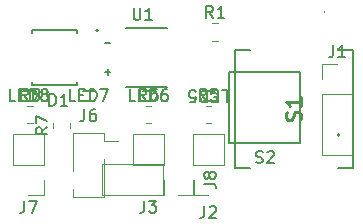
<source format=gbr>
%TF.GenerationSoftware,KiCad,Pcbnew,7.0.9*%
%TF.CreationDate,2024-03-13T02:47:38-05:00*%
%TF.ProjectId,SWITCHES,53574954-4348-4455-932e-6b696361645f,rev?*%
%TF.SameCoordinates,Original*%
%TF.FileFunction,Legend,Top*%
%TF.FilePolarity,Positive*%
%FSLAX46Y46*%
G04 Gerber Fmt 4.6, Leading zero omitted, Abs format (unit mm)*
G04 Created by KiCad (PCBNEW 7.0.9) date 2024-03-13 02:47:38*
%MOMM*%
%LPD*%
G01*
G04 APERTURE LIST*
%ADD10C,0.150000*%
%ADD11C,0.254000*%
%ADD12C,0.127000*%
%ADD13C,0.200000*%
%ADD14C,0.152400*%
%ADD15C,0.120000*%
%ADD16C,0.100000*%
G04 APERTURE END LIST*
D10*
X161263095Y-92042200D02*
X161405952Y-92089819D01*
X161405952Y-92089819D02*
X161644047Y-92089819D01*
X161644047Y-92089819D02*
X161739285Y-92042200D01*
X161739285Y-92042200D02*
X161786904Y-91994580D01*
X161786904Y-91994580D02*
X161834523Y-91899342D01*
X161834523Y-91899342D02*
X161834523Y-91804104D01*
X161834523Y-91804104D02*
X161786904Y-91708866D01*
X161786904Y-91708866D02*
X161739285Y-91661247D01*
X161739285Y-91661247D02*
X161644047Y-91613628D01*
X161644047Y-91613628D02*
X161453571Y-91566009D01*
X161453571Y-91566009D02*
X161358333Y-91518390D01*
X161358333Y-91518390D02*
X161310714Y-91470771D01*
X161310714Y-91470771D02*
X161263095Y-91375533D01*
X161263095Y-91375533D02*
X161263095Y-91280295D01*
X161263095Y-91280295D02*
X161310714Y-91185057D01*
X161310714Y-91185057D02*
X161358333Y-91137438D01*
X161358333Y-91137438D02*
X161453571Y-91089819D01*
X161453571Y-91089819D02*
X161691666Y-91089819D01*
X161691666Y-91089819D02*
X161834523Y-91137438D01*
X162215476Y-91185057D02*
X162263095Y-91137438D01*
X162263095Y-91137438D02*
X162358333Y-91089819D01*
X162358333Y-91089819D02*
X162596428Y-91089819D01*
X162596428Y-91089819D02*
X162691666Y-91137438D01*
X162691666Y-91137438D02*
X162739285Y-91185057D01*
X162739285Y-91185057D02*
X162786904Y-91280295D01*
X162786904Y-91280295D02*
X162786904Y-91375533D01*
X162786904Y-91375533D02*
X162739285Y-91518390D01*
X162739285Y-91518390D02*
X162167857Y-92089819D01*
X162167857Y-92089819D02*
X162786904Y-92089819D01*
X151040952Y-86854819D02*
X150564762Y-86854819D01*
X150564762Y-86854819D02*
X150564762Y-85854819D01*
X151374286Y-86331009D02*
X151707619Y-86331009D01*
X151850476Y-86854819D02*
X151374286Y-86854819D01*
X151374286Y-86854819D02*
X151374286Y-85854819D01*
X151374286Y-85854819D02*
X151850476Y-85854819D01*
X152279048Y-86854819D02*
X152279048Y-85854819D01*
X152279048Y-85854819D02*
X152517143Y-85854819D01*
X152517143Y-85854819D02*
X152660000Y-85902438D01*
X152660000Y-85902438D02*
X152755238Y-85997676D01*
X152755238Y-85997676D02*
X152802857Y-86092914D01*
X152802857Y-86092914D02*
X152850476Y-86283390D01*
X152850476Y-86283390D02*
X152850476Y-86426247D01*
X152850476Y-86426247D02*
X152802857Y-86616723D01*
X152802857Y-86616723D02*
X152755238Y-86711961D01*
X152755238Y-86711961D02*
X152660000Y-86807200D01*
X152660000Y-86807200D02*
X152517143Y-86854819D01*
X152517143Y-86854819D02*
X152279048Y-86854819D01*
X153707619Y-85854819D02*
X153517143Y-85854819D01*
X153517143Y-85854819D02*
X153421905Y-85902438D01*
X153421905Y-85902438D02*
X153374286Y-85950057D01*
X153374286Y-85950057D02*
X153279048Y-86092914D01*
X153279048Y-86092914D02*
X153231429Y-86283390D01*
X153231429Y-86283390D02*
X153231429Y-86664342D01*
X153231429Y-86664342D02*
X153279048Y-86759580D01*
X153279048Y-86759580D02*
X153326667Y-86807200D01*
X153326667Y-86807200D02*
X153421905Y-86854819D01*
X153421905Y-86854819D02*
X153612381Y-86854819D01*
X153612381Y-86854819D02*
X153707619Y-86807200D01*
X153707619Y-86807200D02*
X153755238Y-86759580D01*
X153755238Y-86759580D02*
X153802857Y-86664342D01*
X153802857Y-86664342D02*
X153802857Y-86426247D01*
X153802857Y-86426247D02*
X153755238Y-86331009D01*
X153755238Y-86331009D02*
X153707619Y-86283390D01*
X153707619Y-86283390D02*
X153612381Y-86235771D01*
X153612381Y-86235771D02*
X153421905Y-86235771D01*
X153421905Y-86235771D02*
X153326667Y-86283390D01*
X153326667Y-86283390D02*
X153279048Y-86331009D01*
X153279048Y-86331009D02*
X153231429Y-86426247D01*
X157633333Y-79804819D02*
X157300000Y-79328628D01*
X157061905Y-79804819D02*
X157061905Y-78804819D01*
X157061905Y-78804819D02*
X157442857Y-78804819D01*
X157442857Y-78804819D02*
X157538095Y-78852438D01*
X157538095Y-78852438D02*
X157585714Y-78900057D01*
X157585714Y-78900057D02*
X157633333Y-78995295D01*
X157633333Y-78995295D02*
X157633333Y-79138152D01*
X157633333Y-79138152D02*
X157585714Y-79233390D01*
X157585714Y-79233390D02*
X157538095Y-79281009D01*
X157538095Y-79281009D02*
X157442857Y-79328628D01*
X157442857Y-79328628D02*
X157061905Y-79328628D01*
X158585714Y-79804819D02*
X158014286Y-79804819D01*
X158300000Y-79804819D02*
X158300000Y-78804819D01*
X158300000Y-78804819D02*
X158204762Y-78947676D01*
X158204762Y-78947676D02*
X158109524Y-79042914D01*
X158109524Y-79042914D02*
X158014286Y-79090533D01*
D11*
X165013842Y-88467619D02*
X165074318Y-88286190D01*
X165074318Y-88286190D02*
X165074318Y-87983809D01*
X165074318Y-87983809D02*
X165013842Y-87862857D01*
X165013842Y-87862857D02*
X164953365Y-87802381D01*
X164953365Y-87802381D02*
X164832413Y-87741904D01*
X164832413Y-87741904D02*
X164711461Y-87741904D01*
X164711461Y-87741904D02*
X164590508Y-87802381D01*
X164590508Y-87802381D02*
X164530032Y-87862857D01*
X164530032Y-87862857D02*
X164469556Y-87983809D01*
X164469556Y-87983809D02*
X164409080Y-88225714D01*
X164409080Y-88225714D02*
X164348603Y-88346666D01*
X164348603Y-88346666D02*
X164288127Y-88407143D01*
X164288127Y-88407143D02*
X164167175Y-88467619D01*
X164167175Y-88467619D02*
X164046222Y-88467619D01*
X164046222Y-88467619D02*
X163925270Y-88407143D01*
X163925270Y-88407143D02*
X163864794Y-88346666D01*
X163864794Y-88346666D02*
X163804318Y-88225714D01*
X163804318Y-88225714D02*
X163804318Y-87923333D01*
X163804318Y-87923333D02*
X163864794Y-87741904D01*
X165074318Y-86532380D02*
X165074318Y-87258095D01*
X165074318Y-86895238D02*
X163804318Y-86895238D01*
X163804318Y-86895238D02*
X163985746Y-87016190D01*
X163985746Y-87016190D02*
X164106699Y-87137142D01*
X164106699Y-87137142D02*
X164167175Y-87258095D01*
D10*
X156884819Y-93833333D02*
X157599104Y-93833333D01*
X157599104Y-93833333D02*
X157741961Y-93880952D01*
X157741961Y-93880952D02*
X157837200Y-93976190D01*
X157837200Y-93976190D02*
X157884819Y-94119047D01*
X157884819Y-94119047D02*
X157884819Y-94214285D01*
X157313390Y-93214285D02*
X157265771Y-93309523D01*
X157265771Y-93309523D02*
X157218152Y-93357142D01*
X157218152Y-93357142D02*
X157122914Y-93404761D01*
X157122914Y-93404761D02*
X157075295Y-93404761D01*
X157075295Y-93404761D02*
X156980057Y-93357142D01*
X156980057Y-93357142D02*
X156932438Y-93309523D01*
X156932438Y-93309523D02*
X156884819Y-93214285D01*
X156884819Y-93214285D02*
X156884819Y-93023809D01*
X156884819Y-93023809D02*
X156932438Y-92928571D01*
X156932438Y-92928571D02*
X156980057Y-92880952D01*
X156980057Y-92880952D02*
X157075295Y-92833333D01*
X157075295Y-92833333D02*
X157122914Y-92833333D01*
X157122914Y-92833333D02*
X157218152Y-92880952D01*
X157218152Y-92880952D02*
X157265771Y-92928571D01*
X157265771Y-92928571D02*
X157313390Y-93023809D01*
X157313390Y-93023809D02*
X157313390Y-93214285D01*
X157313390Y-93214285D02*
X157361009Y-93309523D01*
X157361009Y-93309523D02*
X157408628Y-93357142D01*
X157408628Y-93357142D02*
X157503866Y-93404761D01*
X157503866Y-93404761D02*
X157694342Y-93404761D01*
X157694342Y-93404761D02*
X157789580Y-93357142D01*
X157789580Y-93357142D02*
X157837200Y-93309523D01*
X157837200Y-93309523D02*
X157884819Y-93214285D01*
X157884819Y-93214285D02*
X157884819Y-93023809D01*
X157884819Y-93023809D02*
X157837200Y-92928571D01*
X157837200Y-92928571D02*
X157789580Y-92880952D01*
X157789580Y-92880952D02*
X157694342Y-92833333D01*
X157694342Y-92833333D02*
X157503866Y-92833333D01*
X157503866Y-92833333D02*
X157408628Y-92880952D01*
X157408628Y-92880952D02*
X157361009Y-92928571D01*
X157361009Y-92928571D02*
X157313390Y-93023809D01*
X141666666Y-95284819D02*
X141666666Y-95999104D01*
X141666666Y-95999104D02*
X141619047Y-96141961D01*
X141619047Y-96141961D02*
X141523809Y-96237200D01*
X141523809Y-96237200D02*
X141380952Y-96284819D01*
X141380952Y-96284819D02*
X141285714Y-96284819D01*
X142047619Y-95284819D02*
X142714285Y-95284819D01*
X142714285Y-95284819D02*
X142285714Y-96284819D01*
X146746666Y-87544819D02*
X146746666Y-88259104D01*
X146746666Y-88259104D02*
X146699047Y-88401961D01*
X146699047Y-88401961D02*
X146603809Y-88497200D01*
X146603809Y-88497200D02*
X146460952Y-88544819D01*
X146460952Y-88544819D02*
X146365714Y-88544819D01*
X147651428Y-87544819D02*
X147460952Y-87544819D01*
X147460952Y-87544819D02*
X147365714Y-87592438D01*
X147365714Y-87592438D02*
X147318095Y-87640057D01*
X147318095Y-87640057D02*
X147222857Y-87782914D01*
X147222857Y-87782914D02*
X147175238Y-87973390D01*
X147175238Y-87973390D02*
X147175238Y-88354342D01*
X147175238Y-88354342D02*
X147222857Y-88449580D01*
X147222857Y-88449580D02*
X147270476Y-88497200D01*
X147270476Y-88497200D02*
X147365714Y-88544819D01*
X147365714Y-88544819D02*
X147556190Y-88544819D01*
X147556190Y-88544819D02*
X147651428Y-88497200D01*
X147651428Y-88497200D02*
X147699047Y-88449580D01*
X147699047Y-88449580D02*
X147746666Y-88354342D01*
X147746666Y-88354342D02*
X147746666Y-88116247D01*
X147746666Y-88116247D02*
X147699047Y-88021009D01*
X147699047Y-88021009D02*
X147651428Y-87973390D01*
X147651428Y-87973390D02*
X147556190Y-87925771D01*
X147556190Y-87925771D02*
X147365714Y-87925771D01*
X147365714Y-87925771D02*
X147270476Y-87973390D01*
X147270476Y-87973390D02*
X147222857Y-88021009D01*
X147222857Y-88021009D02*
X147175238Y-88116247D01*
X158359047Y-85945180D02*
X158835237Y-85945180D01*
X158835237Y-85945180D02*
X158835237Y-86945180D01*
X158025713Y-86468990D02*
X157692380Y-86468990D01*
X157549523Y-85945180D02*
X158025713Y-85945180D01*
X158025713Y-85945180D02*
X158025713Y-86945180D01*
X158025713Y-86945180D02*
X157549523Y-86945180D01*
X157120951Y-85945180D02*
X157120951Y-86945180D01*
X157120951Y-86945180D02*
X156882856Y-86945180D01*
X156882856Y-86945180D02*
X156739999Y-86897561D01*
X156739999Y-86897561D02*
X156644761Y-86802323D01*
X156644761Y-86802323D02*
X156597142Y-86707085D01*
X156597142Y-86707085D02*
X156549523Y-86516609D01*
X156549523Y-86516609D02*
X156549523Y-86373752D01*
X156549523Y-86373752D02*
X156597142Y-86183276D01*
X156597142Y-86183276D02*
X156644761Y-86088038D01*
X156644761Y-86088038D02*
X156739999Y-85992800D01*
X156739999Y-85992800D02*
X156882856Y-85945180D01*
X156882856Y-85945180D02*
X157120951Y-85945180D01*
X155644761Y-86945180D02*
X156120951Y-86945180D01*
X156120951Y-86945180D02*
X156168570Y-86468990D01*
X156168570Y-86468990D02*
X156120951Y-86516609D01*
X156120951Y-86516609D02*
X156025713Y-86564228D01*
X156025713Y-86564228D02*
X155787618Y-86564228D01*
X155787618Y-86564228D02*
X155692380Y-86516609D01*
X155692380Y-86516609D02*
X155644761Y-86468990D01*
X155644761Y-86468990D02*
X155597142Y-86373752D01*
X155597142Y-86373752D02*
X155597142Y-86135657D01*
X155597142Y-86135657D02*
X155644761Y-86040419D01*
X155644761Y-86040419D02*
X155692380Y-85992800D01*
X155692380Y-85992800D02*
X155787618Y-85945180D01*
X155787618Y-85945180D02*
X156025713Y-85945180D01*
X156025713Y-85945180D02*
X156120951Y-85992800D01*
X156120951Y-85992800D02*
X156168570Y-86040419D01*
X145960952Y-86854819D02*
X145484762Y-86854819D01*
X145484762Y-86854819D02*
X145484762Y-85854819D01*
X146294286Y-86331009D02*
X146627619Y-86331009D01*
X146770476Y-86854819D02*
X146294286Y-86854819D01*
X146294286Y-86854819D02*
X146294286Y-85854819D01*
X146294286Y-85854819D02*
X146770476Y-85854819D01*
X147199048Y-86854819D02*
X147199048Y-85854819D01*
X147199048Y-85854819D02*
X147437143Y-85854819D01*
X147437143Y-85854819D02*
X147580000Y-85902438D01*
X147580000Y-85902438D02*
X147675238Y-85997676D01*
X147675238Y-85997676D02*
X147722857Y-86092914D01*
X147722857Y-86092914D02*
X147770476Y-86283390D01*
X147770476Y-86283390D02*
X147770476Y-86426247D01*
X147770476Y-86426247D02*
X147722857Y-86616723D01*
X147722857Y-86616723D02*
X147675238Y-86711961D01*
X147675238Y-86711961D02*
X147580000Y-86807200D01*
X147580000Y-86807200D02*
X147437143Y-86854819D01*
X147437143Y-86854819D02*
X147199048Y-86854819D01*
X148103810Y-85854819D02*
X148770476Y-85854819D01*
X148770476Y-85854819D02*
X148341905Y-86854819D01*
X140880952Y-86854819D02*
X140404762Y-86854819D01*
X140404762Y-86854819D02*
X140404762Y-85854819D01*
X141214286Y-86331009D02*
X141547619Y-86331009D01*
X141690476Y-86854819D02*
X141214286Y-86854819D01*
X141214286Y-86854819D02*
X141214286Y-85854819D01*
X141214286Y-85854819D02*
X141690476Y-85854819D01*
X142119048Y-86854819D02*
X142119048Y-85854819D01*
X142119048Y-85854819D02*
X142357143Y-85854819D01*
X142357143Y-85854819D02*
X142500000Y-85902438D01*
X142500000Y-85902438D02*
X142595238Y-85997676D01*
X142595238Y-85997676D02*
X142642857Y-86092914D01*
X142642857Y-86092914D02*
X142690476Y-86283390D01*
X142690476Y-86283390D02*
X142690476Y-86426247D01*
X142690476Y-86426247D02*
X142642857Y-86616723D01*
X142642857Y-86616723D02*
X142595238Y-86711961D01*
X142595238Y-86711961D02*
X142500000Y-86807200D01*
X142500000Y-86807200D02*
X142357143Y-86854819D01*
X142357143Y-86854819D02*
X142119048Y-86854819D01*
X143261905Y-86283390D02*
X143166667Y-86235771D01*
X143166667Y-86235771D02*
X143119048Y-86188152D01*
X143119048Y-86188152D02*
X143071429Y-86092914D01*
X143071429Y-86092914D02*
X143071429Y-86045295D01*
X143071429Y-86045295D02*
X143119048Y-85950057D01*
X143119048Y-85950057D02*
X143166667Y-85902438D01*
X143166667Y-85902438D02*
X143261905Y-85854819D01*
X143261905Y-85854819D02*
X143452381Y-85854819D01*
X143452381Y-85854819D02*
X143547619Y-85902438D01*
X143547619Y-85902438D02*
X143595238Y-85950057D01*
X143595238Y-85950057D02*
X143642857Y-86045295D01*
X143642857Y-86045295D02*
X143642857Y-86092914D01*
X143642857Y-86092914D02*
X143595238Y-86188152D01*
X143595238Y-86188152D02*
X143547619Y-86235771D01*
X143547619Y-86235771D02*
X143452381Y-86283390D01*
X143452381Y-86283390D02*
X143261905Y-86283390D01*
X143261905Y-86283390D02*
X143166667Y-86331009D01*
X143166667Y-86331009D02*
X143119048Y-86378628D01*
X143119048Y-86378628D02*
X143071429Y-86473866D01*
X143071429Y-86473866D02*
X143071429Y-86664342D01*
X143071429Y-86664342D02*
X143119048Y-86759580D01*
X143119048Y-86759580D02*
X143166667Y-86807200D01*
X143166667Y-86807200D02*
X143261905Y-86854819D01*
X143261905Y-86854819D02*
X143452381Y-86854819D01*
X143452381Y-86854819D02*
X143547619Y-86807200D01*
X143547619Y-86807200D02*
X143595238Y-86759580D01*
X143595238Y-86759580D02*
X143642857Y-86664342D01*
X143642857Y-86664342D02*
X143642857Y-86473866D01*
X143642857Y-86473866D02*
X143595238Y-86378628D01*
X143595238Y-86378628D02*
X143547619Y-86331009D01*
X143547619Y-86331009D02*
X143452381Y-86283390D01*
X143786905Y-87239819D02*
X143786905Y-86239819D01*
X143786905Y-86239819D02*
X144025000Y-86239819D01*
X144025000Y-86239819D02*
X144167857Y-86287438D01*
X144167857Y-86287438D02*
X144263095Y-86382676D01*
X144263095Y-86382676D02*
X144310714Y-86477914D01*
X144310714Y-86477914D02*
X144358333Y-86668390D01*
X144358333Y-86668390D02*
X144358333Y-86811247D01*
X144358333Y-86811247D02*
X144310714Y-87001723D01*
X144310714Y-87001723D02*
X144263095Y-87096961D01*
X144263095Y-87096961D02*
X144167857Y-87192200D01*
X144167857Y-87192200D02*
X144025000Y-87239819D01*
X144025000Y-87239819D02*
X143786905Y-87239819D01*
X145310714Y-87239819D02*
X144739286Y-87239819D01*
X145025000Y-87239819D02*
X145025000Y-86239819D01*
X145025000Y-86239819D02*
X144929762Y-86382676D01*
X144929762Y-86382676D02*
X144834524Y-86477914D01*
X144834524Y-86477914D02*
X144739286Y-86525533D01*
X150913095Y-78969819D02*
X150913095Y-79779342D01*
X150913095Y-79779342D02*
X150960714Y-79874580D01*
X150960714Y-79874580D02*
X151008333Y-79922200D01*
X151008333Y-79922200D02*
X151103571Y-79969819D01*
X151103571Y-79969819D02*
X151294047Y-79969819D01*
X151294047Y-79969819D02*
X151389285Y-79922200D01*
X151389285Y-79922200D02*
X151436904Y-79874580D01*
X151436904Y-79874580D02*
X151484523Y-79779342D01*
X151484523Y-79779342D02*
X151484523Y-78969819D01*
X152484523Y-79969819D02*
X151913095Y-79969819D01*
X152198809Y-79969819D02*
X152198809Y-78969819D01*
X152198809Y-78969819D02*
X152103571Y-79112676D01*
X152103571Y-79112676D02*
X152008333Y-79207914D01*
X152008333Y-79207914D02*
X151913095Y-79255533D01*
X167816666Y-82124819D02*
X167816666Y-82839104D01*
X167816666Y-82839104D02*
X167769047Y-82981961D01*
X167769047Y-82981961D02*
X167673809Y-83077200D01*
X167673809Y-83077200D02*
X167530952Y-83124819D01*
X167530952Y-83124819D02*
X167435714Y-83124819D01*
X168816666Y-83124819D02*
X168245238Y-83124819D01*
X168530952Y-83124819D02*
X168530952Y-82124819D01*
X168530952Y-82124819D02*
X168435714Y-82267676D01*
X168435714Y-82267676D02*
X168340476Y-82362914D01*
X168340476Y-82362914D02*
X168245238Y-82410533D01*
X156906666Y-95724819D02*
X156906666Y-96439104D01*
X156906666Y-96439104D02*
X156859047Y-96581961D01*
X156859047Y-96581961D02*
X156763809Y-96677200D01*
X156763809Y-96677200D02*
X156620952Y-96724819D01*
X156620952Y-96724819D02*
X156525714Y-96724819D01*
X157335238Y-95820057D02*
X157382857Y-95772438D01*
X157382857Y-95772438D02*
X157478095Y-95724819D01*
X157478095Y-95724819D02*
X157716190Y-95724819D01*
X157716190Y-95724819D02*
X157811428Y-95772438D01*
X157811428Y-95772438D02*
X157859047Y-95820057D01*
X157859047Y-95820057D02*
X157906666Y-95915295D01*
X157906666Y-95915295D02*
X157906666Y-96010533D01*
X157906666Y-96010533D02*
X157859047Y-96153390D01*
X157859047Y-96153390D02*
X157287619Y-96724819D01*
X157287619Y-96724819D02*
X157906666Y-96724819D01*
X151826666Y-95284819D02*
X151826666Y-95999104D01*
X151826666Y-95999104D02*
X151779047Y-96141961D01*
X151779047Y-96141961D02*
X151683809Y-96237200D01*
X151683809Y-96237200D02*
X151540952Y-96284819D01*
X151540952Y-96284819D02*
X151445714Y-96284819D01*
X152207619Y-95284819D02*
X152826666Y-95284819D01*
X152826666Y-95284819D02*
X152493333Y-95665771D01*
X152493333Y-95665771D02*
X152636190Y-95665771D01*
X152636190Y-95665771D02*
X152731428Y-95713390D01*
X152731428Y-95713390D02*
X152779047Y-95761009D01*
X152779047Y-95761009D02*
X152826666Y-95856247D01*
X152826666Y-95856247D02*
X152826666Y-96094342D01*
X152826666Y-96094342D02*
X152779047Y-96189580D01*
X152779047Y-96189580D02*
X152731428Y-96237200D01*
X152731428Y-96237200D02*
X152636190Y-96284819D01*
X152636190Y-96284819D02*
X152350476Y-96284819D01*
X152350476Y-96284819D02*
X152255238Y-96237200D01*
X152255238Y-96237200D02*
X152207619Y-96189580D01*
X157073333Y-86804819D02*
X156740000Y-86328628D01*
X156501905Y-86804819D02*
X156501905Y-85804819D01*
X156501905Y-85804819D02*
X156882857Y-85804819D01*
X156882857Y-85804819D02*
X156978095Y-85852438D01*
X156978095Y-85852438D02*
X157025714Y-85900057D01*
X157025714Y-85900057D02*
X157073333Y-85995295D01*
X157073333Y-85995295D02*
X157073333Y-86138152D01*
X157073333Y-86138152D02*
X157025714Y-86233390D01*
X157025714Y-86233390D02*
X156978095Y-86281009D01*
X156978095Y-86281009D02*
X156882857Y-86328628D01*
X156882857Y-86328628D02*
X156501905Y-86328628D01*
X157978095Y-85804819D02*
X157501905Y-85804819D01*
X157501905Y-85804819D02*
X157454286Y-86281009D01*
X157454286Y-86281009D02*
X157501905Y-86233390D01*
X157501905Y-86233390D02*
X157597143Y-86185771D01*
X157597143Y-86185771D02*
X157835238Y-86185771D01*
X157835238Y-86185771D02*
X157930476Y-86233390D01*
X157930476Y-86233390D02*
X157978095Y-86281009D01*
X157978095Y-86281009D02*
X158025714Y-86376247D01*
X158025714Y-86376247D02*
X158025714Y-86614342D01*
X158025714Y-86614342D02*
X157978095Y-86709580D01*
X157978095Y-86709580D02*
X157930476Y-86757200D01*
X157930476Y-86757200D02*
X157835238Y-86804819D01*
X157835238Y-86804819D02*
X157597143Y-86804819D01*
X157597143Y-86804819D02*
X157501905Y-86757200D01*
X157501905Y-86757200D02*
X157454286Y-86709580D01*
X151993333Y-86804819D02*
X151660000Y-86328628D01*
X151421905Y-86804819D02*
X151421905Y-85804819D01*
X151421905Y-85804819D02*
X151802857Y-85804819D01*
X151802857Y-85804819D02*
X151898095Y-85852438D01*
X151898095Y-85852438D02*
X151945714Y-85900057D01*
X151945714Y-85900057D02*
X151993333Y-85995295D01*
X151993333Y-85995295D02*
X151993333Y-86138152D01*
X151993333Y-86138152D02*
X151945714Y-86233390D01*
X151945714Y-86233390D02*
X151898095Y-86281009D01*
X151898095Y-86281009D02*
X151802857Y-86328628D01*
X151802857Y-86328628D02*
X151421905Y-86328628D01*
X152850476Y-85804819D02*
X152660000Y-85804819D01*
X152660000Y-85804819D02*
X152564762Y-85852438D01*
X152564762Y-85852438D02*
X152517143Y-85900057D01*
X152517143Y-85900057D02*
X152421905Y-86042914D01*
X152421905Y-86042914D02*
X152374286Y-86233390D01*
X152374286Y-86233390D02*
X152374286Y-86614342D01*
X152374286Y-86614342D02*
X152421905Y-86709580D01*
X152421905Y-86709580D02*
X152469524Y-86757200D01*
X152469524Y-86757200D02*
X152564762Y-86804819D01*
X152564762Y-86804819D02*
X152755238Y-86804819D01*
X152755238Y-86804819D02*
X152850476Y-86757200D01*
X152850476Y-86757200D02*
X152898095Y-86709580D01*
X152898095Y-86709580D02*
X152945714Y-86614342D01*
X152945714Y-86614342D02*
X152945714Y-86376247D01*
X152945714Y-86376247D02*
X152898095Y-86281009D01*
X152898095Y-86281009D02*
X152850476Y-86233390D01*
X152850476Y-86233390D02*
X152755238Y-86185771D01*
X152755238Y-86185771D02*
X152564762Y-86185771D01*
X152564762Y-86185771D02*
X152469524Y-86233390D01*
X152469524Y-86233390D02*
X152421905Y-86281009D01*
X152421905Y-86281009D02*
X152374286Y-86376247D01*
X143604819Y-89066666D02*
X143128628Y-89399999D01*
X143604819Y-89638094D02*
X142604819Y-89638094D01*
X142604819Y-89638094D02*
X142604819Y-89257142D01*
X142604819Y-89257142D02*
X142652438Y-89161904D01*
X142652438Y-89161904D02*
X142700057Y-89114285D01*
X142700057Y-89114285D02*
X142795295Y-89066666D01*
X142795295Y-89066666D02*
X142938152Y-89066666D01*
X142938152Y-89066666D02*
X143033390Y-89114285D01*
X143033390Y-89114285D02*
X143081009Y-89161904D01*
X143081009Y-89161904D02*
X143128628Y-89257142D01*
X143128628Y-89257142D02*
X143128628Y-89638094D01*
X142604819Y-88733332D02*
X142604819Y-88066666D01*
X142604819Y-88066666D02*
X143604819Y-88495237D01*
X141983333Y-86804819D02*
X141650000Y-86328628D01*
X141411905Y-86804819D02*
X141411905Y-85804819D01*
X141411905Y-85804819D02*
X141792857Y-85804819D01*
X141792857Y-85804819D02*
X141888095Y-85852438D01*
X141888095Y-85852438D02*
X141935714Y-85900057D01*
X141935714Y-85900057D02*
X141983333Y-85995295D01*
X141983333Y-85995295D02*
X141983333Y-86138152D01*
X141983333Y-86138152D02*
X141935714Y-86233390D01*
X141935714Y-86233390D02*
X141888095Y-86281009D01*
X141888095Y-86281009D02*
X141792857Y-86328628D01*
X141792857Y-86328628D02*
X141411905Y-86328628D01*
X142554762Y-86233390D02*
X142459524Y-86185771D01*
X142459524Y-86185771D02*
X142411905Y-86138152D01*
X142411905Y-86138152D02*
X142364286Y-86042914D01*
X142364286Y-86042914D02*
X142364286Y-85995295D01*
X142364286Y-85995295D02*
X142411905Y-85900057D01*
X142411905Y-85900057D02*
X142459524Y-85852438D01*
X142459524Y-85852438D02*
X142554762Y-85804819D01*
X142554762Y-85804819D02*
X142745238Y-85804819D01*
X142745238Y-85804819D02*
X142840476Y-85852438D01*
X142840476Y-85852438D02*
X142888095Y-85900057D01*
X142888095Y-85900057D02*
X142935714Y-85995295D01*
X142935714Y-85995295D02*
X142935714Y-86042914D01*
X142935714Y-86042914D02*
X142888095Y-86138152D01*
X142888095Y-86138152D02*
X142840476Y-86185771D01*
X142840476Y-86185771D02*
X142745238Y-86233390D01*
X142745238Y-86233390D02*
X142554762Y-86233390D01*
X142554762Y-86233390D02*
X142459524Y-86281009D01*
X142459524Y-86281009D02*
X142411905Y-86328628D01*
X142411905Y-86328628D02*
X142364286Y-86423866D01*
X142364286Y-86423866D02*
X142364286Y-86614342D01*
X142364286Y-86614342D02*
X142411905Y-86709580D01*
X142411905Y-86709580D02*
X142459524Y-86757200D01*
X142459524Y-86757200D02*
X142554762Y-86804819D01*
X142554762Y-86804819D02*
X142745238Y-86804819D01*
X142745238Y-86804819D02*
X142840476Y-86757200D01*
X142840476Y-86757200D02*
X142888095Y-86709580D01*
X142888095Y-86709580D02*
X142935714Y-86614342D01*
X142935714Y-86614342D02*
X142935714Y-86423866D01*
X142935714Y-86423866D02*
X142888095Y-86328628D01*
X142888095Y-86328628D02*
X142840476Y-86281009D01*
X142840476Y-86281009D02*
X142745238Y-86233390D01*
D12*
%TO.C,S2*%
X165000000Y-84400000D02*
X165000000Y-90400000D01*
X159000000Y-90400000D02*
X165000000Y-90400000D01*
X159000000Y-90400000D02*
X159000000Y-84400000D01*
X159000000Y-84400000D02*
X165000000Y-84400000D01*
D13*
X168350000Y-89700000D02*
G75*
G03*
X168350000Y-89700000I-100000J0D01*
G01*
D14*
%TO.C,LED6*%
X151718250Y-86831800D02*
X152601750Y-86831800D01*
X152601750Y-85968200D02*
X151718250Y-85968200D01*
D15*
%TO.C,R1*%
X157572936Y-80265000D02*
X158027064Y-80265000D01*
X157572936Y-81735000D02*
X158027064Y-81735000D01*
D16*
%TO.C,S1*%
X167040000Y-79200000D02*
X167040000Y-79200000D01*
X167040000Y-79300000D02*
X167040000Y-79300000D01*
D13*
X169500000Y-82500000D02*
X169500000Y-92500000D01*
X168250000Y-82500000D02*
X169500000Y-82500000D01*
X160750000Y-82500000D02*
X159500000Y-82500000D01*
X159500000Y-82500000D02*
X159500000Y-92500000D01*
X169500000Y-92500000D02*
X168250000Y-92500000D01*
X159500000Y-92500000D02*
X160750000Y-92500000D01*
D16*
X167040000Y-79300000D02*
G75*
G03*
X167040000Y-79200000I0J50000D01*
G01*
X167040000Y-79200000D02*
G75*
G03*
X167040000Y-79300000I0J-50000D01*
G01*
D15*
%TO.C,J8*%
X153390000Y-92170000D02*
X148250000Y-92170000D01*
X153390000Y-92170000D02*
X153390000Y-94830000D01*
X148250000Y-92170000D02*
X148250000Y-94830000D01*
X155990000Y-93500000D02*
X155990000Y-94830000D01*
X155990000Y-94830000D02*
X154660000Y-94830000D01*
X153390000Y-94830000D02*
X148250000Y-94830000D01*
%TO.C,J7*%
X143330000Y-94830000D02*
X142000000Y-94830000D01*
X143330000Y-93500000D02*
X143330000Y-94830000D01*
X143330000Y-92230000D02*
X143330000Y-89630000D01*
X143330000Y-92230000D02*
X140670000Y-92230000D01*
X143330000Y-89630000D02*
X140670000Y-89630000D01*
X140670000Y-92230000D02*
X140670000Y-89630000D01*
%TO.C,J6*%
X145750000Y-89530000D02*
X145750000Y-92740000D01*
X145750000Y-89530000D02*
X148410000Y-89530000D01*
X145750000Y-94260000D02*
X145750000Y-94930000D01*
X145750000Y-94930000D02*
X148410000Y-94930000D01*
X148410000Y-89530000D02*
X148410000Y-90200000D01*
X148410000Y-90200000D02*
X149620000Y-90200000D01*
X148410000Y-91720000D02*
X148410000Y-94930000D01*
D14*
%TO.C,LED5*%
X157681750Y-85968200D02*
X156798250Y-85968200D01*
X156798250Y-86831800D02*
X157681750Y-86831800D01*
%TO.C,LED7*%
X146638250Y-86831800D02*
X147521750Y-86831800D01*
X147521750Y-85968200D02*
X146638250Y-85968200D01*
%TO.C,LED8*%
X141558250Y-86831800D02*
X142441750Y-86831800D01*
X142441750Y-85968200D02*
X141558250Y-85968200D01*
D12*
%TO.C,D1*%
X148950000Y-84400000D02*
X148450000Y-84400000D01*
X148950000Y-81900000D02*
X148450000Y-81900000D01*
X148700000Y-84650000D02*
X148700000Y-84150000D01*
X146125000Y-85512500D02*
X146125000Y-85245000D01*
X146125000Y-81055000D02*
X146125000Y-80787500D01*
X146125000Y-80787500D02*
X142275000Y-80787500D01*
X142275000Y-85512500D02*
X146125000Y-85512500D01*
X142275000Y-85245000D02*
X142275000Y-85512500D01*
X142275000Y-80787500D02*
X142275000Y-81055000D01*
%TO.C,U1*%
X150235000Y-80650000D02*
X153765000Y-80650000D01*
X153765000Y-85650000D02*
X150235000Y-85650000D01*
D13*
X147910000Y-80875000D02*
G75*
G03*
X147910000Y-80875000I-100000J0D01*
G01*
D15*
%TO.C,J1*%
X166820000Y-83670000D02*
X168150000Y-83670000D01*
X166820000Y-85000000D02*
X166820000Y-83670000D01*
X166820000Y-86270000D02*
X166820000Y-91410000D01*
X166820000Y-86270000D02*
X169480000Y-86270000D01*
X166820000Y-91410000D02*
X169480000Y-91410000D01*
X169480000Y-86270000D02*
X169480000Y-91410000D01*
%TO.C,J2*%
X158570000Y-92230000D02*
X158570000Y-89630000D01*
X158570000Y-92230000D02*
X155910000Y-92230000D01*
X158570000Y-89630000D02*
X155910000Y-89630000D01*
X157240000Y-94830000D02*
X155910000Y-94830000D01*
X155910000Y-94830000D02*
X155910000Y-93500000D01*
X155910000Y-92230000D02*
X155910000Y-89630000D01*
%TO.C,J3*%
X153490000Y-94830000D02*
X152160000Y-94830000D01*
X153490000Y-93500000D02*
X153490000Y-94830000D01*
X153490000Y-92230000D02*
X153490000Y-89630000D01*
X153490000Y-92230000D02*
X150830000Y-92230000D01*
X153490000Y-89630000D02*
X150830000Y-89630000D01*
X150830000Y-92230000D02*
X150830000Y-89630000D01*
%TO.C,R5*%
X157012936Y-87265000D02*
X157467064Y-87265000D01*
X157012936Y-88735000D02*
X157467064Y-88735000D01*
%TO.C,R6*%
X151932936Y-87265000D02*
X152387064Y-87265000D01*
X151932936Y-88735000D02*
X152387064Y-88735000D01*
%TO.C,R7*%
X144065000Y-89127064D02*
X144065000Y-88672936D01*
X145535000Y-89127064D02*
X145535000Y-88672936D01*
%TO.C,R8*%
X141922936Y-87265000D02*
X142377064Y-87265000D01*
X141922936Y-88735000D02*
X142377064Y-88735000D01*
%TD*%
M02*

</source>
